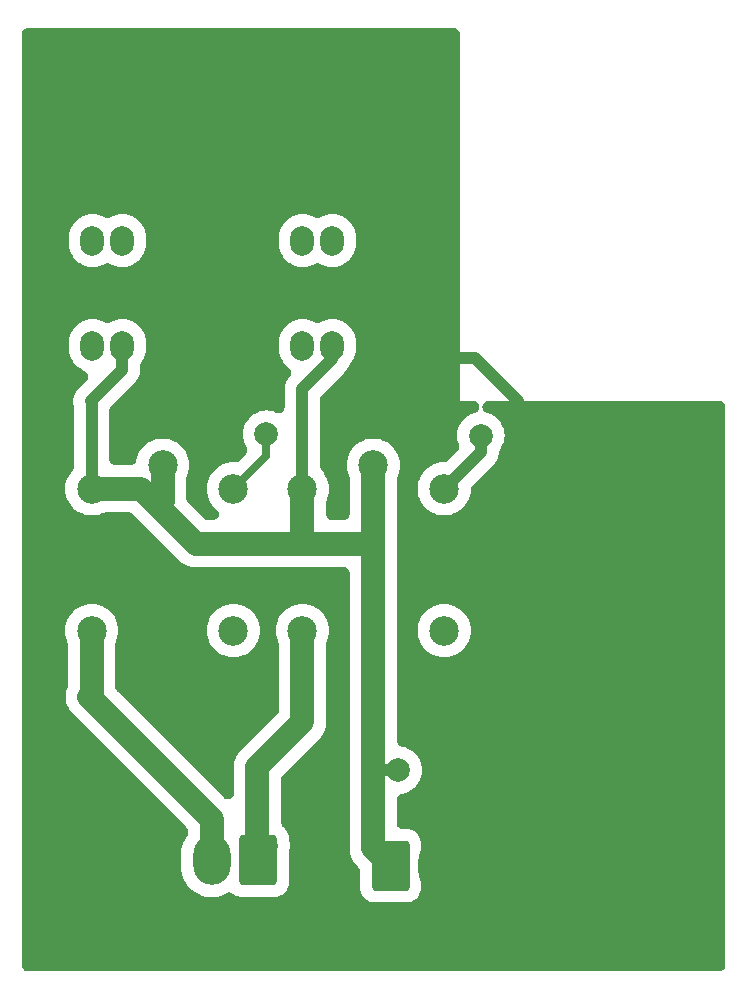
<source format=gbr>
G04 #@! TF.GenerationSoftware,KiCad,Pcbnew,7.0.7*
G04 #@! TF.CreationDate,2024-06-01T12:12:09+01:00*
G04 #@! TF.ProjectId,WindlassControl,57696e64-6c61-4737-9343-6f6e74726f6c,rev?*
G04 #@! TF.SameCoordinates,PX63add28PY7483a30*
G04 #@! TF.FileFunction,Copper,L2,Bot*
G04 #@! TF.FilePolarity,Positive*
%FSLAX46Y46*%
G04 Gerber Fmt 4.6, Leading zero omitted, Abs format (unit mm)*
G04 Created by KiCad (PCBNEW 7.0.7) date 2024-06-01 12:12:09*
%MOMM*%
%LPD*%
G01*
G04 APERTURE LIST*
G04 Aperture macros list*
%AMRoundRect*
0 Rectangle with rounded corners*
0 $1 Rounding radius*
0 $2 $3 $4 $5 $6 $7 $8 $9 X,Y pos of 4 corners*
0 Add a 4 corners polygon primitive as box body*
4,1,4,$2,$3,$4,$5,$6,$7,$8,$9,$2,$3,0*
0 Add four circle primitives for the rounded corners*
1,1,$1+$1,$2,$3*
1,1,$1+$1,$4,$5*
1,1,$1+$1,$6,$7*
1,1,$1+$1,$8,$9*
0 Add four rect primitives between the rounded corners*
20,1,$1+$1,$2,$3,$4,$5,0*
20,1,$1+$1,$4,$5,$6,$7,0*
20,1,$1+$1,$6,$7,$8,$9,0*
20,1,$1+$1,$8,$9,$2,$3,0*%
G04 Aperture macros list end*
G04 #@! TA.AperFunction,ComponentPad*
%ADD10C,2.500000*%
G04 #@! TD*
G04 #@! TA.AperFunction,ComponentPad*
%ADD11RoundRect,0.250000X-1.330000X-1.850000X1.330000X-1.850000X1.330000X1.850000X-1.330000X1.850000X0*%
G04 #@! TD*
G04 #@! TA.AperFunction,ComponentPad*
%ADD12O,3.160000X4.200000*%
G04 #@! TD*
G04 #@! TA.AperFunction,ComponentPad*
%ADD13O,2.000000X2.500000*%
G04 #@! TD*
G04 #@! TA.AperFunction,ComponentPad*
%ADD14RoundRect,0.250000X1.330000X1.850000X-1.330000X1.850000X-1.330000X-1.850000X1.330000X-1.850000X0*%
G04 #@! TD*
G04 #@! TA.AperFunction,ViaPad*
%ADD15C,2.000000*%
G04 #@! TD*
G04 #@! TA.AperFunction,Conductor*
%ADD16C,1.000000*%
G04 #@! TD*
G04 #@! TA.AperFunction,Conductor*
%ADD17C,2.000000*%
G04 #@! TD*
G04 #@! TA.AperFunction,Conductor*
%ADD18C,0.700000*%
G04 #@! TD*
G04 APERTURE END LIST*
D10*
G04 #@! TO.P,U4,1,nc*
G04 #@! TO.N,unconnected-(U4-nc-Pad1)*
X35749000Y28829000D03*
G04 #@! TO.P,U4,2,no*
G04 #@! TO.N,OP1*
X23749000Y28829000D03*
G04 #@! TO.P,U4,3,coil+*
G04 #@! TO.N,Net-(D2-A)*
X35749000Y40829000D03*
G04 #@! TO.P,U4,4,sw*
G04 #@! TO.N,+12V*
X29749000Y42829000D03*
G04 #@! TO.P,U4,5,c+*
X23749000Y40829000D03*
G04 #@! TD*
D11*
G04 #@! TO.P,CON2,1,Pin_1*
G04 #@! TO.N,+12V*
X31219000Y8919000D03*
D12*
G04 #@! TO.P,CON2,2,Pin_2*
G04 #@! TO.N,GND*
X35179000Y8919000D03*
G04 #@! TD*
D13*
G04 #@! TO.P,U1,1*
G04 #@! TO.N,Net-(R1-Pad2)*
X26289000Y61849000D03*
G04 #@! TO.P,U1,2*
G04 #@! TO.N,Net-(D1-A)*
X23749000Y61849000D03*
G04 #@! TO.P,U1,3*
G04 #@! TO.N,Net-(R2-Pad1)*
X23749000Y52959000D03*
G04 #@! TO.P,U1,4*
G04 #@! TO.N,+12V*
X26289000Y52959000D03*
G04 #@! TD*
D14*
G04 #@! TO.P,CON1,1,Pin_1*
G04 #@! TO.N,OP1*
X20014000Y9369000D03*
D12*
G04 #@! TO.P,CON1,2,Pin_2*
G04 #@! TO.N,OP2*
X16054000Y9369000D03*
G04 #@! TD*
D13*
G04 #@! TO.P,U3,1*
G04 #@! TO.N,Net-(R3-Pad2)*
X8509000Y61849000D03*
G04 #@! TO.P,U3,2*
G04 #@! TO.N,Net-(D3-A)*
X5969000Y61849000D03*
G04 #@! TO.P,U3,3*
G04 #@! TO.N,Net-(R4-Pad1)*
X5969000Y52959000D03*
G04 #@! TO.P,U3,4*
G04 #@! TO.N,+12V*
X8509000Y52959000D03*
G04 #@! TD*
D10*
G04 #@! TO.P,U7,1,nc*
G04 #@! TO.N,unconnected-(U7-nc-Pad1)*
X17907000Y28829000D03*
G04 #@! TO.P,U7,2,no*
G04 #@! TO.N,OP2*
X5907000Y28829000D03*
G04 #@! TO.P,U7,3,coil+*
G04 #@! TO.N,Net-(D4-A)*
X17907000Y40829000D03*
G04 #@! TO.P,U7,4,sw*
G04 #@! TO.N,+12V*
X11907000Y42829000D03*
G04 #@! TO.P,U7,5,c+*
X5907000Y40829000D03*
G04 #@! TD*
D15*
G04 #@! TO.N,GND*
X56515000Y41503600D03*
G04 #@! TO.N,+12V*
X31877000Y17018000D03*
G04 #@! TO.N,GND*
X13335000Y51943000D03*
X16764000Y61214000D03*
X2540000Y56769000D03*
X35306000Y19939000D03*
X30353000Y51816000D03*
G04 #@! TO.N,Net-(D2-A)*
X38862000Y45339000D03*
G04 #@! TO.N,Net-(D4-A)*
X20701000Y45466000D03*
G04 #@! TD*
D16*
G04 #@! TO.N,GND*
X41529000Y47752000D02*
X41529000Y35052000D01*
X41529000Y35052000D02*
X41529000Y26162000D01*
X56515000Y41503600D02*
X47980600Y41503600D01*
X47980600Y41503600D02*
X41529000Y35052000D01*
X30353000Y51816000D02*
X30480000Y51943000D01*
X30480000Y51943000D02*
X38354000Y51943000D01*
X38354000Y51943000D02*
X42037000Y48260000D01*
X42037000Y48260000D02*
X41529000Y47752000D01*
X41529000Y26162000D02*
X35306000Y19939000D01*
G04 #@! TO.N,+12V*
X26289000Y52959000D02*
X26289000Y51816000D01*
X26289000Y51816000D02*
X23749000Y49276000D01*
D17*
X23749000Y36322000D02*
X23749000Y40829000D01*
X23622000Y36195000D02*
X14732000Y36195000D01*
D16*
X31877000Y17018000D02*
X30003000Y17018000D01*
X23749000Y49276000D02*
X23749000Y40829000D01*
X8509000Y50927000D02*
X5842000Y48260000D01*
D17*
X11557000Y39370000D02*
X11907000Y39720000D01*
X11907000Y39720000D02*
X11907000Y42829000D01*
X29749000Y36195000D02*
X23622000Y36195000D01*
D16*
X5842000Y48260000D02*
X5907000Y48195000D01*
D17*
X29749000Y10389000D02*
X29749000Y16764000D01*
X23622000Y36195000D02*
X23749000Y36322000D01*
D16*
X30003000Y17018000D02*
X29749000Y16764000D01*
D17*
X11557000Y39370000D02*
X10098000Y40829000D01*
D16*
X5907000Y48195000D02*
X5907000Y40829000D01*
D17*
X31219000Y8919000D02*
X29749000Y10389000D01*
X10098000Y40829000D02*
X5907000Y40829000D01*
D16*
X8509000Y52959000D02*
X8509000Y50927000D01*
D17*
X29749000Y16764000D02*
X29749000Y36195000D01*
X29749000Y36195000D02*
X29749000Y42829000D01*
X14732000Y36195000D02*
X11557000Y39370000D01*
D16*
G04 #@! TO.N,GND*
X35306000Y19939000D02*
X35306000Y16891000D01*
X30353000Y51973427D02*
X29337000Y52989427D01*
X13335000Y54356000D02*
X13335000Y51943000D01*
X15621000Y56642000D02*
X13335000Y54356000D01*
X27432000Y56642000D02*
X15621000Y56642000D01*
X35306000Y16891000D02*
X35179000Y16764000D01*
X13335000Y57785000D02*
X13335000Y56515000D01*
X30353000Y51816000D02*
X30353000Y51973427D01*
X13081000Y56769000D02*
X13335000Y56515000D01*
X29337000Y52989427D02*
X29337000Y54737000D01*
X2540000Y56769000D02*
X13081000Y56769000D01*
X16764000Y61214000D02*
X13335000Y57785000D01*
X13335000Y56515000D02*
X13335000Y51943000D01*
X35179000Y16764000D02*
X35179000Y8919000D01*
X29337000Y54737000D02*
X27432000Y56642000D01*
D17*
G04 #@! TO.N,OP1*
X23749000Y21082000D02*
X23749000Y28829000D01*
X19939000Y17272000D02*
X23749000Y21082000D01*
D16*
X20014000Y9369000D02*
X19939000Y9444000D01*
D17*
X19939000Y9444000D02*
X19939000Y17272000D01*
D16*
X21209000Y10564000D02*
X20014000Y9369000D01*
D17*
G04 #@! TO.N,OP2*
X5907000Y23433000D02*
X5715000Y23241000D01*
X5715000Y23241000D02*
X16054000Y12902000D01*
X5907000Y28829000D02*
X5907000Y23433000D01*
X16054000Y12902000D02*
X16054000Y9369000D01*
D16*
G04 #@! TO.N,Net-(D2-A)*
X38862000Y45339000D02*
X38862000Y43942000D01*
X38862000Y43942000D02*
X35749000Y40829000D01*
D18*
G04 #@! TO.N,Net-(D4-A)*
X20701000Y45466000D02*
X20701000Y43623000D01*
X20701000Y43623000D02*
X17907000Y40829000D01*
G04 #@! TD*
G04 #@! TA.AperFunction,Conductor*
G04 #@! TO.N,GND*
G36*
X36725585Y79862287D02*
G01*
X36854780Y79803286D01*
X36962119Y79710276D01*
X37038906Y79590792D01*
X37078921Y79454515D01*
X37084000Y79383500D01*
X37084000Y48260000D01*
X38237012Y48260000D01*
X38377597Y48239787D01*
X38506792Y48180786D01*
X38614131Y48087776D01*
X38690918Y47968292D01*
X38730933Y47832015D01*
X38730933Y47689985D01*
X38690918Y47553708D01*
X38614131Y47434224D01*
X38506792Y47341214D01*
X38377597Y47282213D01*
X38343083Y47273404D01*
X38296955Y47263370D01*
X38028838Y47163367D01*
X37777687Y47026228D01*
X37777682Y47026224D01*
X37548607Y46854742D01*
X37346258Y46652393D01*
X37174776Y46423318D01*
X37174772Y46423313D01*
X37037633Y46172162D01*
X36937629Y45904044D01*
X36876805Y45624437D01*
X36876804Y45624431D01*
X36876804Y45624428D01*
X36856390Y45339000D01*
X36875984Y45065033D01*
X36876805Y45053564D01*
X36937629Y44773958D01*
X36997873Y44612440D01*
X37028064Y44473656D01*
X37017931Y44331988D01*
X36968297Y44198913D01*
X36883182Y44085211D01*
X36883181Y44085211D01*
X36024452Y43226482D01*
X35910751Y43141366D01*
X35777676Y43091732D01*
X35704245Y43081397D01*
X35454628Y43065035D01*
X35454612Y43065033D01*
X35165282Y43007482D01*
X35165274Y43007480D01*
X34885925Y42912654D01*
X34885922Y42912652D01*
X34621334Y42782171D01*
X34376042Y42618273D01*
X34154241Y42423759D01*
X33959727Y42201958D01*
X33795829Y41956666D01*
X33665348Y41692078D01*
X33665346Y41692075D01*
X33570520Y41412726D01*
X33570518Y41412718D01*
X33512967Y41123388D01*
X33512966Y41123386D01*
X33493671Y40829001D01*
X33512966Y40534615D01*
X33512967Y40534613D01*
X33570518Y40245283D01*
X33570520Y40245275D01*
X33665348Y39965921D01*
X33795824Y39701341D01*
X33795827Y39701335D01*
X33959724Y39456047D01*
X33959727Y39456043D01*
X34154241Y39234242D01*
X34376042Y39039728D01*
X34376046Y39039725D01*
X34621334Y38875828D01*
X34621340Y38875825D01*
X34885920Y38745349D01*
X34885923Y38745348D01*
X35165278Y38650519D01*
X35454613Y38592968D01*
X35454614Y38592967D01*
X35454615Y38592967D01*
X35454620Y38592966D01*
X35749000Y38573671D01*
X36043380Y38592966D01*
X36332722Y38650519D01*
X36612077Y38745348D01*
X36876665Y38875828D01*
X37121957Y39039727D01*
X37343758Y39234242D01*
X37538273Y39456043D01*
X37702172Y39701335D01*
X37832652Y39965923D01*
X37927481Y40245278D01*
X37985034Y40534620D01*
X38001395Y40784251D01*
X38030760Y40923207D01*
X38098085Y41048267D01*
X38146474Y41104448D01*
X39846188Y42804162D01*
X39869371Y42824633D01*
X39881744Y42834262D01*
X39944949Y42902922D01*
X39966902Y42924874D01*
X39986966Y42948565D01*
X40050164Y43017215D01*
X40058735Y43030336D01*
X40077233Y43055143D01*
X40087366Y43067106D01*
X40135136Y43147276D01*
X40186173Y43225393D01*
X40192471Y43239754D01*
X40206625Y43267250D01*
X40214656Y43280727D01*
X40248580Y43367668D01*
X40286063Y43453119D01*
X40289911Y43468319D01*
X40299347Y43497775D01*
X40305050Y43512386D01*
X40324202Y43603726D01*
X40347108Y43694179D01*
X40348402Y43709810D01*
X40352860Y43740405D01*
X40356081Y43755763D01*
X40359937Y43849010D01*
X40362329Y43877880D01*
X40394085Y44016311D01*
X40460151Y44135695D01*
X40549226Y44254685D01*
X40686367Y44505839D01*
X40786369Y44773954D01*
X40788157Y44782171D01*
X40837169Y45007480D01*
X40847196Y45053572D01*
X40867610Y45339000D01*
X40847196Y45624428D01*
X40819567Y45751437D01*
X40786370Y45904044D01*
X40739000Y46031046D01*
X40686367Y46172161D01*
X40549226Y46423315D01*
X40446333Y46560763D01*
X40377741Y46652393D01*
X40175392Y46854742D01*
X40037946Y46957632D01*
X39946315Y47026226D01*
X39946313Y47026227D01*
X39946312Y47026228D01*
X39695161Y47163367D01*
X39427044Y47263370D01*
X39380917Y47273404D01*
X39247842Y47323038D01*
X39134141Y47408154D01*
X39049026Y47521855D01*
X38999392Y47654930D01*
X38989259Y47796599D01*
X39019450Y47935383D01*
X39087518Y48060040D01*
X39187949Y48160470D01*
X39312606Y48228538D01*
X39451390Y48258729D01*
X39486988Y48260000D01*
X59063500Y48260000D01*
X59204085Y48239787D01*
X59333280Y48180786D01*
X59440619Y48087776D01*
X59517406Y47968292D01*
X59557421Y47832015D01*
X59562500Y47761000D01*
X59562500Y512570D01*
X59560362Y479962D01*
X59554807Y437775D01*
X59516413Y301033D01*
X59441050Y180646D01*
X59334822Y86369D01*
X59206337Y25838D01*
X59125229Y8194D01*
X59098151Y4628D01*
X59083031Y2638D01*
X59050433Y500D01*
X512567Y500D01*
X479966Y2638D01*
X459671Y5310D01*
X437772Y8193D01*
X301030Y46588D01*
X180644Y121952D01*
X86366Y228180D01*
X25836Y356666D01*
X8190Y437789D01*
X2635Y479979D01*
X500Y512575D01*
X500Y28829000D01*
X3651671Y28829000D01*
X3670966Y28534615D01*
X3670967Y28534613D01*
X3728518Y28245283D01*
X3728520Y28245275D01*
X3823347Y27965924D01*
X3855040Y27901658D01*
X3899090Y27766631D01*
X3906500Y27680956D01*
X3906500Y24205155D01*
X3886287Y24064570D01*
X3861408Y23997867D01*
X3835846Y23941895D01*
X3835844Y23941888D01*
X3755226Y23667328D01*
X3755225Y23667323D01*
X3755225Y23667322D01*
X3714500Y23384079D01*
X3714500Y23097921D01*
X3755225Y22814678D01*
X3755226Y22814673D01*
X3835844Y22540113D01*
X3835844Y22540112D01*
X3954720Y22279809D01*
X4109426Y22039082D01*
X4296817Y21822823D01*
X4296820Y21822820D01*
X4344220Y21781748D01*
X4357239Y21769627D01*
X9291417Y16835449D01*
X13907346Y12219520D01*
X13992462Y12105819D01*
X14042096Y11972744D01*
X14053500Y11866674D01*
X14053500Y11696572D01*
X14033287Y11555987D01*
X13974286Y11426792D01*
X13965241Y11413566D01*
X13788219Y11134625D01*
X13665099Y10872978D01*
X13649968Y10840824D01*
X13649965Y10840817D01*
X13649965Y10840815D01*
X13549628Y10532011D01*
X13549627Y10532006D01*
X13488786Y10213067D01*
X13488784Y10213056D01*
X13473500Y9970102D01*
X13473500Y8767898D01*
X13488784Y8524945D01*
X13488786Y8524934D01*
X13549627Y8205995D01*
X13549629Y8205987D01*
X13649968Y7897176D01*
X13719094Y7750277D01*
X13788217Y7603382D01*
X13788219Y7603379D01*
X13788220Y7603377D01*
X13962204Y7329221D01*
X14169177Y7079034D01*
X14405875Y6856759D01*
X14668565Y6665904D01*
X14668567Y6665903D01*
X14668570Y6665901D01*
X14953096Y6509481D01*
X14953100Y6509480D01*
X14953104Y6509477D01*
X15255005Y6389946D01*
X15569506Y6309196D01*
X15622452Y6302508D01*
X15891636Y6268501D01*
X15891646Y6268501D01*
X15891649Y6268500D01*
X15891652Y6268500D01*
X16216348Y6268500D01*
X16216351Y6268500D01*
X16216354Y6268501D01*
X16216363Y6268501D01*
X16402076Y6291963D01*
X16538494Y6309196D01*
X16852995Y6389946D01*
X17154896Y6509477D01*
X17326106Y6603601D01*
X17459037Y6653614D01*
X17600676Y6664151D01*
X17739546Y6634357D01*
X17864397Y6566646D01*
X17875974Y6557517D01*
X18064375Y6426992D01*
X18132688Y6395964D01*
X18269317Y6333904D01*
X18487588Y6278904D01*
X18619783Y6268500D01*
X21408216Y6268501D01*
X21408219Y6268501D01*
X21452281Y6271969D01*
X21540412Y6278904D01*
X21758683Y6333904D01*
X21963626Y6426993D01*
X22148654Y6555181D01*
X22307819Y6714346D01*
X22436007Y6899374D01*
X22529096Y7104317D01*
X22584096Y7322588D01*
X22594500Y7454783D01*
X22594499Y9892993D01*
X22614712Y10033576D01*
X22628636Y10074384D01*
X22640025Y10103572D01*
X22652049Y10134386D01*
X22703080Y10377763D01*
X22713357Y10626221D01*
X22682598Y10872981D01*
X22615242Y11099225D01*
X22594503Y11239732D01*
X22594499Y11241605D01*
X22594499Y11283219D01*
X22584096Y11415407D01*
X22584096Y11415412D01*
X22529096Y11633683D01*
X22482551Y11736155D01*
X22436008Y11838625D01*
X22307820Y12023653D01*
X22307812Y12023662D01*
X22148661Y12182813D01*
X22131452Y12197180D01*
X22132844Y12198849D01*
X22050275Y12275568D01*
X21977677Y12397643D01*
X21942413Y12535226D01*
X21939500Y12589068D01*
X21939500Y16236674D01*
X21959713Y16377259D01*
X22018714Y16506454D01*
X22085654Y16589520D01*
X23598448Y18102313D01*
X25214089Y19717954D01*
X25214089Y19717955D01*
X25226611Y19730476D01*
X25226623Y19730490D01*
X25264731Y19768597D01*
X25264731Y19768598D01*
X25264739Y19768605D01*
X25302319Y19818808D01*
X25313497Y19832679D01*
X25354574Y19880083D01*
X25388484Y19932851D01*
X25398647Y19947486D01*
X25436226Y19997685D01*
X25466276Y20052720D01*
X25475367Y20068042D01*
X25476484Y20069781D01*
X25509282Y20120814D01*
X25535342Y20177881D01*
X25543299Y20193776D01*
X25573367Y20248839D01*
X25595293Y20307626D01*
X25602092Y20324041D01*
X25628156Y20381112D01*
X25645826Y20441293D01*
X25651442Y20458168D01*
X25673369Y20516954D01*
X25686703Y20578258D01*
X25691104Y20595496D01*
X25708776Y20655678D01*
X25717703Y20717775D01*
X25720857Y20735259D01*
X25734196Y20796572D01*
X25738669Y20859140D01*
X25740574Y20876847D01*
X25749499Y20938912D01*
X25749500Y20938924D01*
X25749500Y27680956D01*
X25769713Y27821541D01*
X25800960Y27901658D01*
X25832652Y27965924D01*
X25927481Y28245278D01*
X25985034Y28534620D01*
X26004329Y28829000D01*
X25985034Y29123380D01*
X25927481Y29412722D01*
X25832652Y29692077D01*
X25702172Y29956664D01*
X25538273Y30201957D01*
X25343758Y30423758D01*
X25343755Y30423760D01*
X25343754Y30423762D01*
X25121957Y30618273D01*
X25121953Y30618276D01*
X24876665Y30782173D01*
X24876659Y30782176D01*
X24612079Y30912652D01*
X24332725Y31007480D01*
X24332724Y31007481D01*
X24332722Y31007481D01*
X24332717Y31007482D01*
X24043387Y31065033D01*
X24043385Y31065034D01*
X23749000Y31084329D01*
X23454614Y31065034D01*
X23454612Y31065033D01*
X23165282Y31007482D01*
X23165274Y31007480D01*
X22885925Y30912654D01*
X22885922Y30912652D01*
X22621334Y30782171D01*
X22376042Y30618273D01*
X22154241Y30423759D01*
X21959727Y30201958D01*
X21795829Y29956666D01*
X21665348Y29692078D01*
X21665346Y29692075D01*
X21570520Y29412726D01*
X21570518Y29412718D01*
X21512967Y29123388D01*
X21512966Y29123386D01*
X21493671Y28829000D01*
X21512966Y28534615D01*
X21512967Y28534613D01*
X21570518Y28245283D01*
X21570520Y28245275D01*
X21665347Y27965924D01*
X21697040Y27901658D01*
X21741090Y27766631D01*
X21748500Y27680956D01*
X21748500Y22117328D01*
X21728287Y21976743D01*
X21669286Y21847548D01*
X21602346Y21764482D01*
X18423265Y18585402D01*
X18385670Y18535182D01*
X18374498Y18521319D01*
X18333430Y18473924D01*
X18333425Y18473916D01*
X18299511Y18421146D01*
X18289354Y18406517D01*
X18251775Y18356318D01*
X18251772Y18356313D01*
X18221713Y18301266D01*
X18212628Y18285955D01*
X18178717Y18233187D01*
X18152660Y18176131D01*
X18144690Y18160209D01*
X18114634Y18105166D01*
X18114630Y18105157D01*
X18092712Y18046393D01*
X18085897Y18029940D01*
X18059849Y17972903D01*
X18059840Y17972877D01*
X18042172Y17912710D01*
X18036550Y17895817D01*
X18014635Y17837058D01*
X18014627Y17837034D01*
X18001296Y17775751D01*
X17996892Y17758496D01*
X17979225Y17698323D01*
X17970300Y17636257D01*
X17967138Y17618731D01*
X17953803Y17557428D01*
X17949329Y17494865D01*
X17947424Y17477152D01*
X17938500Y17415082D01*
X17938500Y15051326D01*
X17918287Y14910741D01*
X17859286Y14781546D01*
X17766276Y14674207D01*
X17646792Y14597420D01*
X17510515Y14557405D01*
X17368485Y14557405D01*
X17232208Y14597420D01*
X17112724Y14674207D01*
X17086654Y14698480D01*
X8053654Y23731480D01*
X7968538Y23845181D01*
X7918904Y23978256D01*
X7907500Y24084326D01*
X7907500Y27680956D01*
X7927713Y27821541D01*
X7958960Y27901658D01*
X7990652Y27965924D01*
X8085481Y28245278D01*
X8143034Y28534620D01*
X8162329Y28829000D01*
X8162329Y28829001D01*
X15651671Y28829001D01*
X15670966Y28534615D01*
X15670967Y28534613D01*
X15728518Y28245283D01*
X15728520Y28245275D01*
X15823348Y27965921D01*
X15953824Y27701341D01*
X15953827Y27701335D01*
X16117724Y27456047D01*
X16117727Y27456043D01*
X16312241Y27234242D01*
X16534042Y27039728D01*
X16534046Y27039725D01*
X16779334Y26875828D01*
X16779340Y26875825D01*
X17043920Y26745349D01*
X17043923Y26745348D01*
X17323278Y26650519D01*
X17612613Y26592968D01*
X17612614Y26592967D01*
X17612615Y26592967D01*
X17612620Y26592966D01*
X17907000Y26573671D01*
X18201380Y26592966D01*
X18490722Y26650519D01*
X18770077Y26745348D01*
X19034665Y26875828D01*
X19279957Y27039727D01*
X19501758Y27234242D01*
X19696273Y27456043D01*
X19860172Y27701335D01*
X19990652Y27965923D01*
X20085481Y28245278D01*
X20143034Y28534620D01*
X20162329Y28829000D01*
X20143034Y29123380D01*
X20085481Y29412722D01*
X19990652Y29692077D01*
X19860172Y29956664D01*
X19696273Y30201957D01*
X19501758Y30423758D01*
X19501755Y30423760D01*
X19501754Y30423762D01*
X19279957Y30618273D01*
X19279953Y30618276D01*
X19034665Y30782173D01*
X19034659Y30782176D01*
X18770079Y30912652D01*
X18490725Y31007480D01*
X18490724Y31007481D01*
X18490722Y31007481D01*
X18490717Y31007482D01*
X18201387Y31065033D01*
X18201385Y31065034D01*
X17907000Y31084329D01*
X17612614Y31065034D01*
X17612612Y31065033D01*
X17323282Y31007482D01*
X17323274Y31007480D01*
X17043925Y30912654D01*
X17043922Y30912652D01*
X16779334Y30782171D01*
X16534042Y30618273D01*
X16312241Y30423759D01*
X16117727Y30201958D01*
X15953829Y29956666D01*
X15823348Y29692078D01*
X15823346Y29692075D01*
X15728520Y29412726D01*
X15728518Y29412718D01*
X15670967Y29123388D01*
X15670966Y29123386D01*
X15651671Y28829001D01*
X8162329Y28829001D01*
X8143034Y29123380D01*
X8085481Y29412722D01*
X7990652Y29692077D01*
X7860172Y29956664D01*
X7696273Y30201957D01*
X7501758Y30423758D01*
X7501755Y30423760D01*
X7501754Y30423762D01*
X7279957Y30618273D01*
X7279953Y30618276D01*
X7034665Y30782173D01*
X7034659Y30782176D01*
X6770079Y30912652D01*
X6490725Y31007480D01*
X6490724Y31007481D01*
X6490722Y31007481D01*
X6490717Y31007482D01*
X6201387Y31065033D01*
X6201385Y31065034D01*
X5907000Y31084329D01*
X5612614Y31065034D01*
X5612612Y31065033D01*
X5323282Y31007482D01*
X5323274Y31007480D01*
X5043925Y30912654D01*
X5043922Y30912652D01*
X4779334Y30782171D01*
X4534042Y30618273D01*
X4312241Y30423759D01*
X4117727Y30201958D01*
X3953829Y29956666D01*
X3823348Y29692078D01*
X3823346Y29692075D01*
X3728520Y29412726D01*
X3728518Y29412718D01*
X3670967Y29123388D01*
X3670966Y29123386D01*
X3651671Y28829000D01*
X500Y28829000D01*
X500Y40829000D01*
X3651671Y40829000D01*
X3670966Y40534615D01*
X3670967Y40534613D01*
X3728518Y40245283D01*
X3728520Y40245275D01*
X3823348Y39965921D01*
X3953824Y39701341D01*
X3953827Y39701335D01*
X4117724Y39456047D01*
X4117727Y39456043D01*
X4312241Y39234242D01*
X4534042Y39039728D01*
X4534046Y39039725D01*
X4779334Y38875828D01*
X4779340Y38875825D01*
X5043920Y38745349D01*
X5043923Y38745348D01*
X5323278Y38650519D01*
X5612613Y38592968D01*
X5612614Y38592967D01*
X5612615Y38592967D01*
X5612620Y38592966D01*
X5907000Y38573671D01*
X6201380Y38592966D01*
X6490722Y38650519D01*
X6770077Y38745348D01*
X6834342Y38777041D01*
X6969369Y38821090D01*
X7055044Y38828500D01*
X9062674Y38828500D01*
X9203259Y38808287D01*
X9332454Y38749286D01*
X9415520Y38682346D01*
X10085617Y38012249D01*
X10097743Y37999224D01*
X10124991Y37967779D01*
X10138820Y37951820D01*
X10186214Y37910753D01*
X10199252Y37898613D01*
X13216261Y34881605D01*
X13418605Y34679261D01*
X13468817Y34641673D01*
X13482662Y34630516D01*
X13530082Y34589426D01*
X13582857Y34555510D01*
X13597481Y34545356D01*
X13647685Y34507774D01*
X13702729Y34477718D01*
X13718017Y34468648D01*
X13770813Y34434718D01*
X13827882Y34408656D01*
X13843792Y34400691D01*
X13898839Y34370633D01*
X13957613Y34348712D01*
X13974056Y34341901D01*
X14031111Y34315844D01*
X14031115Y34315843D01*
X14031117Y34315842D01*
X14040514Y34313083D01*
X14091306Y34298170D01*
X14108167Y34292558D01*
X14166954Y34270631D01*
X14228264Y34257295D01*
X14245506Y34252894D01*
X14305678Y34235225D01*
X14367766Y34226299D01*
X14385263Y34223142D01*
X14446572Y34209804D01*
X14497843Y34206138D01*
X14509127Y34205330D01*
X14526841Y34203426D01*
X14588921Y34194500D01*
X14660552Y34194500D01*
X23478921Y34194500D01*
X23550552Y34194500D01*
X27249500Y34194500D01*
X27390085Y34174287D01*
X27519280Y34115286D01*
X27626619Y34022276D01*
X27703406Y33902792D01*
X27743421Y33766515D01*
X27748500Y33695500D01*
X27748500Y10245921D01*
X27757424Y10183844D01*
X27759328Y10166139D01*
X27763804Y10103567D01*
X27777139Y10042264D01*
X27780301Y10024737D01*
X27789224Y9962679D01*
X27806892Y9902508D01*
X27811298Y9885247D01*
X27824631Y9823952D01*
X27824634Y9823943D01*
X27846552Y9765178D01*
X27852176Y9748281D01*
X27869844Y9688112D01*
X27895908Y9631038D01*
X27902706Y9614626D01*
X27924633Y9555839D01*
X27954696Y9500782D01*
X27962655Y9484883D01*
X27988718Y9427813D01*
X28022640Y9375029D01*
X28031720Y9359725D01*
X28061771Y9304691D01*
X28061776Y9304682D01*
X28099358Y9254479D01*
X28109512Y9239854D01*
X28143426Y9187083D01*
X28184506Y9139674D01*
X28195663Y9125830D01*
X28233261Y9075605D01*
X28283912Y9024954D01*
X28492345Y8816521D01*
X28492346Y8816520D01*
X28577462Y8702819D01*
X28627096Y8569744D01*
X28638500Y8463674D01*
X28638501Y7004781D01*
X28648903Y6872594D01*
X28648904Y6872589D01*
X28703904Y6654317D01*
X28796991Y6449376D01*
X28925179Y6264348D01*
X28925187Y6264339D01*
X29084338Y6105188D01*
X29084347Y6105180D01*
X29269375Y5976992D01*
X29337688Y5945964D01*
X29474317Y5883904D01*
X29692588Y5828904D01*
X29824783Y5818500D01*
X32613216Y5818501D01*
X32613219Y5818501D01*
X32657281Y5821969D01*
X32745412Y5828904D01*
X32963683Y5883904D01*
X33168626Y5976993D01*
X33353654Y6105181D01*
X33512819Y6264346D01*
X33641007Y6449374D01*
X33734096Y6654317D01*
X33789096Y6872588D01*
X33799500Y7004783D01*
X33799499Y10833216D01*
X33789096Y10965412D01*
X33734096Y11183683D01*
X33687551Y11286155D01*
X33641008Y11388625D01*
X33512820Y11573653D01*
X33512812Y11573662D01*
X33353661Y11732813D01*
X33353652Y11732821D01*
X33168624Y11861009D01*
X33031997Y11923067D01*
X32963683Y11954096D01*
X32745412Y12009096D01*
X32649176Y12016670D01*
X32613221Y12019500D01*
X32613217Y12019500D01*
X32248500Y12019500D01*
X32107915Y12039713D01*
X31978720Y12098714D01*
X31871381Y12191724D01*
X31794594Y12311208D01*
X31754579Y12447485D01*
X31749500Y12518500D01*
X31749500Y14541048D01*
X31769713Y14681633D01*
X31828714Y14810828D01*
X31921724Y14918167D01*
X32041208Y14994954D01*
X32145745Y15025650D01*
X32145013Y15029015D01*
X32442043Y15093630D01*
X32442046Y15093631D01*
X32710161Y15193633D01*
X32961315Y15330774D01*
X33190395Y15502261D01*
X33392739Y15704605D01*
X33564226Y15933685D01*
X33701367Y16184839D01*
X33801369Y16452954D01*
X33862196Y16732572D01*
X33882610Y17018000D01*
X33862196Y17303428D01*
X33806942Y17557428D01*
X33801370Y17583044D01*
X33735929Y17758496D01*
X33701367Y17851161D01*
X33564226Y18102315D01*
X33421142Y18293453D01*
X33392741Y18331393D01*
X33190392Y18533742D01*
X33052947Y18636632D01*
X32961315Y18705226D01*
X32961313Y18705227D01*
X32961312Y18705228D01*
X32710161Y18842367D01*
X32442043Y18942371D01*
X32145013Y19006985D01*
X32145743Y19010344D01*
X32041101Y19041095D01*
X31921636Y19117911D01*
X31828651Y19225272D01*
X31769680Y19354481D01*
X31749500Y19494953D01*
X31749500Y28829001D01*
X33493671Y28829001D01*
X33512966Y28534615D01*
X33512967Y28534613D01*
X33570518Y28245283D01*
X33570520Y28245275D01*
X33665348Y27965921D01*
X33795824Y27701341D01*
X33795827Y27701335D01*
X33959724Y27456047D01*
X33959727Y27456043D01*
X34154241Y27234242D01*
X34376042Y27039728D01*
X34376046Y27039725D01*
X34621334Y26875828D01*
X34621340Y26875825D01*
X34885920Y26745349D01*
X34885923Y26745348D01*
X35165278Y26650519D01*
X35454613Y26592968D01*
X35454614Y26592967D01*
X35454615Y26592967D01*
X35454620Y26592966D01*
X35749000Y26573671D01*
X36043380Y26592966D01*
X36332722Y26650519D01*
X36612077Y26745348D01*
X36876665Y26875828D01*
X37121957Y27039727D01*
X37343758Y27234242D01*
X37538273Y27456043D01*
X37702172Y27701335D01*
X37832652Y27965923D01*
X37927481Y28245278D01*
X37985034Y28534620D01*
X38004329Y28829000D01*
X37985034Y29123380D01*
X37927481Y29412722D01*
X37832652Y29692077D01*
X37702172Y29956664D01*
X37538273Y30201957D01*
X37343758Y30423758D01*
X37343755Y30423760D01*
X37343754Y30423762D01*
X37121957Y30618273D01*
X37121953Y30618276D01*
X36876665Y30782173D01*
X36876659Y30782176D01*
X36612079Y30912652D01*
X36332725Y31007480D01*
X36332724Y31007481D01*
X36332722Y31007481D01*
X36332717Y31007482D01*
X36043387Y31065033D01*
X36043385Y31065034D01*
X35749000Y31084329D01*
X35454614Y31065034D01*
X35454612Y31065033D01*
X35165282Y31007482D01*
X35165274Y31007480D01*
X34885925Y30912654D01*
X34885922Y30912652D01*
X34621334Y30782171D01*
X34376042Y30618273D01*
X34154241Y30423759D01*
X33959727Y30201958D01*
X33795829Y29956666D01*
X33665348Y29692078D01*
X33665346Y29692075D01*
X33570520Y29412726D01*
X33570518Y29412718D01*
X33512967Y29123388D01*
X33512966Y29123386D01*
X33493671Y28829001D01*
X31749500Y28829001D01*
X31749500Y36114635D01*
X31750136Y36132438D01*
X31751618Y36153170D01*
X31754610Y36195000D01*
X31751780Y36234559D01*
X31750136Y36257563D01*
X31749500Y36275367D01*
X31749500Y41680956D01*
X31769713Y41821541D01*
X31800960Y41901658D01*
X31832652Y41965924D01*
X31912775Y42201957D01*
X31927481Y42245278D01*
X31985034Y42534620D01*
X32004329Y42829000D01*
X31985034Y43123380D01*
X31927481Y43412722D01*
X31832652Y43692077D01*
X31702172Y43956664D01*
X31538273Y44201957D01*
X31343758Y44423758D01*
X31343755Y44423760D01*
X31343754Y44423762D01*
X31121957Y44618273D01*
X31121953Y44618276D01*
X30876665Y44782173D01*
X30876659Y44782176D01*
X30612079Y44912652D01*
X30332725Y45007480D01*
X30332724Y45007481D01*
X30332722Y45007481D01*
X30332717Y45007482D01*
X30043387Y45065033D01*
X30043385Y45065034D01*
X29798063Y45081114D01*
X29749000Y45084329D01*
X29748999Y45084329D01*
X29454614Y45065034D01*
X29454612Y45065033D01*
X29165282Y45007482D01*
X29165274Y45007480D01*
X28885925Y44912654D01*
X28885922Y44912652D01*
X28621334Y44782171D01*
X28376042Y44618273D01*
X28154241Y44423759D01*
X27959727Y44201958D01*
X27795829Y43956666D01*
X27665348Y43692078D01*
X27665346Y43692075D01*
X27570520Y43412726D01*
X27570518Y43412718D01*
X27512967Y43123388D01*
X27512966Y43123386D01*
X27493671Y42829001D01*
X27512966Y42534615D01*
X27512967Y42534613D01*
X27570518Y42245283D01*
X27570520Y42245275D01*
X27665347Y41965924D01*
X27697040Y41901658D01*
X27741090Y41766631D01*
X27748500Y41680956D01*
X27748500Y38694500D01*
X27728287Y38553915D01*
X27669286Y38424720D01*
X27576276Y38317381D01*
X27456792Y38240594D01*
X27320515Y38200579D01*
X27249500Y38195500D01*
X26248500Y38195500D01*
X26107915Y38215713D01*
X25978720Y38274714D01*
X25871381Y38367724D01*
X25794594Y38487208D01*
X25754579Y38623485D01*
X25749500Y38694499D01*
X25749499Y39680954D01*
X25769712Y39821539D01*
X25800960Y39901659D01*
X25832652Y39965923D01*
X25927481Y40245278D01*
X25985034Y40534620D01*
X26004329Y40829000D01*
X25985034Y41123380D01*
X25927481Y41412722D01*
X25832652Y41692077D01*
X25702172Y41956664D01*
X25538273Y42201957D01*
X25373332Y42390036D01*
X25295836Y42509059D01*
X25255011Y42645095D01*
X25249500Y42719049D01*
X25249500Y48447782D01*
X25269713Y48588367D01*
X25328714Y48717562D01*
X25395650Y48800624D01*
X27273175Y50678150D01*
X27296367Y50698630D01*
X27308744Y50708262D01*
X27371960Y50776934D01*
X27393901Y50798874D01*
X27413955Y50822553D01*
X27477164Y50891215D01*
X27485735Y50904336D01*
X27504233Y50929143D01*
X27514366Y50941106D01*
X27514369Y50941111D01*
X27562134Y51021272D01*
X27589975Y51063886D01*
X27613173Y51099393D01*
X27619470Y51113750D01*
X27633636Y51141269D01*
X27641655Y51154726D01*
X27653400Y51184827D01*
X27723330Y51308443D01*
X27765417Y51356284D01*
X27804739Y51395605D01*
X27976226Y51624685D01*
X28113367Y51875839D01*
X28213369Y52143954D01*
X28274196Y52423572D01*
X28289500Y52637552D01*
X28289500Y53280448D01*
X28274196Y53494428D01*
X28269968Y53513862D01*
X28213370Y53774044D01*
X28184535Y53851352D01*
X28113367Y54042161D01*
X27976226Y54293315D01*
X27873333Y54430764D01*
X27804741Y54522393D01*
X27602392Y54724742D01*
X27400622Y54875784D01*
X27373315Y54896226D01*
X27373313Y54896227D01*
X27373312Y54896228D01*
X27122161Y55033367D01*
X26854043Y55133371D01*
X26574436Y55194195D01*
X26574430Y55194196D01*
X26574428Y55194196D01*
X26289000Y55214610D01*
X26288999Y55214610D01*
X26241282Y55211198D01*
X26003572Y55194196D01*
X26003569Y55194196D01*
X26003563Y55194195D01*
X25723956Y55133371D01*
X25455840Y55033368D01*
X25258146Y54925418D01*
X25125071Y54875784D01*
X24983402Y54865651D01*
X24844618Y54895842D01*
X24779854Y54925418D01*
X24582159Y55033368D01*
X24314043Y55133371D01*
X24034436Y55194195D01*
X24034430Y55194196D01*
X24034428Y55194196D01*
X23749000Y55214610D01*
X23463572Y55194196D01*
X23463569Y55194196D01*
X23463563Y55194195D01*
X23183956Y55133371D01*
X22915838Y55033367D01*
X22664687Y54896228D01*
X22664682Y54896224D01*
X22435607Y54724742D01*
X22233258Y54522393D01*
X22061776Y54293318D01*
X22061772Y54293313D01*
X21924633Y54042162D01*
X21824629Y53774044D01*
X21763805Y53494437D01*
X21748500Y53280447D01*
X21748500Y52637553D01*
X21763805Y52423564D01*
X21824629Y52143957D01*
X21924632Y51875839D01*
X21924633Y51875839D01*
X22061774Y51624685D01*
X22130368Y51533054D01*
X22233258Y51395608D01*
X22435607Y51193259D01*
X22608430Y51063886D01*
X22708861Y50963456D01*
X22776929Y50838799D01*
X22807121Y50700015D01*
X22796989Y50558346D01*
X22747354Y50425271D01*
X22676531Y50326465D01*
X22666057Y50315087D01*
X22644102Y50293131D01*
X22644098Y50293126D01*
X22624032Y50269436D01*
X22624033Y50269436D01*
X22560837Y50200787D01*
X22560827Y50200774D01*
X22552253Y50187652D01*
X22533773Y50162868D01*
X22523643Y50150906D01*
X22523629Y50150887D01*
X22475859Y50070719D01*
X22424825Y49992606D01*
X22424824Y49992605D01*
X22418526Y49978246D01*
X22404373Y49950751D01*
X22396350Y49937287D01*
X22396343Y49937272D01*
X22362419Y49850334D01*
X22324936Y49764881D01*
X22321085Y49749675D01*
X22311649Y49720218D01*
X22305951Y49705617D01*
X22305950Y49705613D01*
X22297497Y49665300D01*
X22286801Y49614289D01*
X22271461Y49553715D01*
X22263891Y49523819D01*
X22263890Y49523812D01*
X22262595Y49508190D01*
X22258136Y49477587D01*
X22254919Y49462243D01*
X22254919Y49462241D01*
X22251062Y49368993D01*
X22248500Y49338072D01*
X22248500Y49307035D01*
X22244643Y49213782D01*
X22244643Y49213766D01*
X22246582Y49198207D01*
X22248499Y49167326D01*
X22248499Y47740600D01*
X22228286Y47600015D01*
X22169285Y47470820D01*
X22076275Y47363481D01*
X21956791Y47286694D01*
X21820514Y47246679D01*
X21678484Y47246679D01*
X21550863Y47284150D01*
X21550859Y47284139D01*
X21550705Y47284197D01*
X21542219Y47286688D01*
X21534168Y47290365D01*
X21266043Y47390371D01*
X20986436Y47451195D01*
X20986430Y47451196D01*
X20986428Y47451196D01*
X20701000Y47471610D01*
X20415572Y47451196D01*
X20415569Y47451196D01*
X20415563Y47451195D01*
X20135956Y47390371D01*
X19867838Y47290367D01*
X19616687Y47153228D01*
X19616682Y47153224D01*
X19387607Y46981742D01*
X19185258Y46779393D01*
X19013776Y46550318D01*
X19013772Y46550313D01*
X18876633Y46299162D01*
X18776629Y46031044D01*
X18715805Y45751437D01*
X18695390Y45466000D01*
X18715805Y45180564D01*
X18776629Y44900957D01*
X18876632Y44632840D01*
X18876633Y44632839D01*
X18990800Y44423758D01*
X19022315Y44366044D01*
X19019415Y44364461D01*
X19065088Y44264436D01*
X19085292Y44123850D01*
X19065070Y43983267D01*
X19006061Y43854075D01*
X18939138Y43771035D01*
X18391057Y43222954D01*
X18277356Y43137838D01*
X18144281Y43088204D01*
X18005576Y43077868D01*
X17907001Y43084329D01*
X17907000Y43084329D01*
X17864945Y43081573D01*
X17612614Y43065034D01*
X17612612Y43065033D01*
X17323282Y43007482D01*
X17323274Y43007480D01*
X17043925Y42912654D01*
X17043922Y42912652D01*
X16779334Y42782171D01*
X16534042Y42618273D01*
X16312241Y42423759D01*
X16117727Y42201958D01*
X15953829Y41956666D01*
X15823348Y41692078D01*
X15823346Y41692075D01*
X15728520Y41412726D01*
X15728518Y41412718D01*
X15670967Y41123388D01*
X15670966Y41123386D01*
X15651671Y40829001D01*
X15670966Y40534615D01*
X15670967Y40534613D01*
X15728518Y40245283D01*
X15728520Y40245275D01*
X15823348Y39965921D01*
X15953824Y39701341D01*
X15953827Y39701335D01*
X16117724Y39456047D01*
X16117727Y39456043D01*
X16312241Y39234242D01*
X16499902Y39069668D01*
X16592272Y38961778D01*
X16650504Y38832234D01*
X16669880Y38691531D01*
X16648831Y38551070D01*
X16589062Y38422228D01*
X16495415Y38315444D01*
X16375477Y38239368D01*
X16238964Y38200165D01*
X16170889Y38195500D01*
X15767326Y38195500D01*
X15626741Y38215713D01*
X15497546Y38274714D01*
X15414480Y38341654D01*
X14053654Y39702480D01*
X13968538Y39816181D01*
X13918904Y39949256D01*
X13907500Y40055326D01*
X13907500Y41680956D01*
X13927713Y41821541D01*
X13958960Y41901658D01*
X13990652Y41965924D01*
X14070775Y42201957D01*
X14085481Y42245278D01*
X14143034Y42534620D01*
X14162329Y42829000D01*
X14143034Y43123380D01*
X14085481Y43412722D01*
X13990652Y43692077D01*
X13860172Y43956664D01*
X13696273Y44201957D01*
X13501758Y44423758D01*
X13501755Y44423760D01*
X13501754Y44423762D01*
X13279957Y44618273D01*
X13279953Y44618276D01*
X13034665Y44782173D01*
X13034659Y44782176D01*
X12770079Y44912652D01*
X12490725Y45007480D01*
X12490724Y45007481D01*
X12490722Y45007481D01*
X12490717Y45007482D01*
X12201387Y45065033D01*
X12201385Y45065034D01*
X11956063Y45081114D01*
X11907000Y45084329D01*
X11906999Y45084329D01*
X11612614Y45065034D01*
X11612612Y45065033D01*
X11323282Y45007482D01*
X11323274Y45007480D01*
X11043925Y44912654D01*
X11043922Y44912652D01*
X10779334Y44782171D01*
X10534042Y44618273D01*
X10312241Y44423759D01*
X10117727Y44201958D01*
X9953829Y43956666D01*
X9823348Y43692078D01*
X9823346Y43692075D01*
X9728520Y43412726D01*
X9728517Y43412716D01*
X9692403Y43231152D01*
X9645152Y43097212D01*
X9562080Y42982009D01*
X9449917Y42894877D01*
X9317749Y42842875D01*
X9202991Y42829500D01*
X7906500Y42829500D01*
X7765915Y42849713D01*
X7636720Y42908714D01*
X7529381Y43001724D01*
X7452594Y43121208D01*
X7412579Y43257485D01*
X7407500Y43328500D01*
X7407500Y47496782D01*
X7427713Y47637367D01*
X7486714Y47766562D01*
X7553650Y47849624D01*
X9493175Y49789150D01*
X9516367Y49809630D01*
X9528744Y49819262D01*
X9591960Y49887934D01*
X9613902Y49909875D01*
X9633957Y49933555D01*
X9697164Y50002215D01*
X9705735Y50015336D01*
X9724233Y50040143D01*
X9734366Y50052106D01*
X9782136Y50132276D01*
X9833173Y50210393D01*
X9839471Y50224754D01*
X9853625Y50252250D01*
X9861656Y50265727D01*
X9895580Y50352668D01*
X9933063Y50438119D01*
X9936911Y50453319D01*
X9946347Y50482775D01*
X9952050Y50497386D01*
X9971202Y50588726D01*
X9994108Y50679179D01*
X9995402Y50694810D01*
X9999860Y50725405D01*
X10003081Y50740763D01*
X10006937Y50834010D01*
X10009500Y50864933D01*
X10009500Y50895965D01*
X10013357Y50989221D01*
X10011417Y51004778D01*
X10009500Y51035668D01*
X10009500Y51209166D01*
X10029713Y51349751D01*
X10088714Y51478946D01*
X10109017Y51508188D01*
X10196226Y51624685D01*
X10333367Y51875839D01*
X10433369Y52143954D01*
X10494196Y52423572D01*
X10509500Y52637552D01*
X10509500Y53280448D01*
X10494196Y53494428D01*
X10489968Y53513862D01*
X10433370Y53774044D01*
X10404535Y53851352D01*
X10333367Y54042161D01*
X10196226Y54293315D01*
X10093333Y54430764D01*
X10024741Y54522393D01*
X9822392Y54724742D01*
X9620622Y54875784D01*
X9593315Y54896226D01*
X9593313Y54896227D01*
X9593312Y54896228D01*
X9342161Y55033367D01*
X9074043Y55133371D01*
X8794436Y55194195D01*
X8794430Y55194196D01*
X8794428Y55194196D01*
X8509000Y55214610D01*
X8223572Y55194196D01*
X8223569Y55194196D01*
X8223563Y55194195D01*
X7943956Y55133371D01*
X7675840Y55033368D01*
X7478146Y54925418D01*
X7345071Y54875784D01*
X7203402Y54865651D01*
X7064618Y54895842D01*
X6999854Y54925418D01*
X6802159Y55033368D01*
X6534043Y55133371D01*
X6254436Y55194195D01*
X6254430Y55194196D01*
X6254428Y55194196D01*
X5969000Y55214610D01*
X5968999Y55214610D01*
X5921282Y55211198D01*
X5683572Y55194196D01*
X5683569Y55194196D01*
X5683563Y55194195D01*
X5403956Y55133371D01*
X5135838Y55033367D01*
X4884687Y54896228D01*
X4884682Y54896224D01*
X4655607Y54724742D01*
X4453258Y54522393D01*
X4281776Y54293318D01*
X4281772Y54293313D01*
X4144633Y54042162D01*
X4044629Y53774044D01*
X3983805Y53494437D01*
X3968500Y53280447D01*
X3968500Y52637553D01*
X3983805Y52423564D01*
X4044629Y52143957D01*
X4144632Y51875839D01*
X4144633Y51875839D01*
X4281774Y51624685D01*
X4350368Y51533053D01*
X4453258Y51395608D01*
X4655607Y51193259D01*
X4725058Y51141269D01*
X4884685Y51021774D01*
X5135839Y50884633D01*
X5288735Y50827606D01*
X5413386Y50759541D01*
X5513817Y50659111D01*
X5581885Y50534455D01*
X5612076Y50395670D01*
X5601945Y50254002D01*
X5552311Y50120927D01*
X5467196Y50007225D01*
X5467194Y50007224D01*
X4798727Y49338758D01*
X4798718Y49338746D01*
X4693064Y49233092D01*
X4662883Y49190821D01*
X4650216Y49174546D01*
X4616634Y49134895D01*
X4616633Y49134894D01*
X4590039Y49090265D01*
X4578764Y49073008D01*
X4548573Y49030721D01*
X4548566Y49030709D01*
X4525752Y48984042D01*
X4515938Y48965906D01*
X4489347Y48921280D01*
X4489340Y48921266D01*
X4470458Y48872878D01*
X4462178Y48854001D01*
X4439356Y48807314D01*
X4424527Y48757507D01*
X4417831Y48738004D01*
X4398951Y48689616D01*
X4398949Y48689610D01*
X4388287Y48638769D01*
X4383227Y48618786D01*
X4368402Y48568987D01*
X4368401Y48568983D01*
X4361974Y48517424D01*
X4358579Y48497079D01*
X4347918Y48446233D01*
X4347917Y48446227D01*
X4345770Y48394324D01*
X4344068Y48373777D01*
X4337643Y48322225D01*
X4337643Y48322222D01*
X4339789Y48270314D01*
X4339789Y48249689D01*
X4337642Y48197788D01*
X4337643Y48197777D01*
X4344068Y48146224D01*
X4345770Y48125677D01*
X4347917Y48073772D01*
X4347918Y48073765D01*
X4358578Y48022928D01*
X4361972Y48002584D01*
X4368399Y47951024D01*
X4368401Y47951017D01*
X4383229Y47901207D01*
X4388288Y47881228D01*
X4393629Y47855761D01*
X4395874Y47845057D01*
X4406500Y47742632D01*
X4406500Y42719049D01*
X4386287Y42578464D01*
X4327286Y42449269D01*
X4282667Y42390034D01*
X4117727Y42201958D01*
X3953829Y41956666D01*
X3823348Y41692078D01*
X3823346Y41692075D01*
X3728520Y41412726D01*
X3728518Y41412718D01*
X3670967Y41123388D01*
X3670966Y41123386D01*
X3651671Y40829000D01*
X500Y40829000D01*
X500Y61527553D01*
X3968500Y61527553D01*
X3983805Y61313564D01*
X4044629Y61033957D01*
X4144633Y60765840D01*
X4144633Y60765839D01*
X4281774Y60514685D01*
X4350368Y60423054D01*
X4453258Y60285608D01*
X4655607Y60083259D01*
X4699000Y60050776D01*
X4884685Y59911774D01*
X5135839Y59774633D01*
X5326648Y59703465D01*
X5403956Y59674630D01*
X5664138Y59618032D01*
X5683572Y59613804D01*
X5969000Y59593390D01*
X6254428Y59613804D01*
X6374048Y59639826D01*
X6534043Y59674630D01*
X6534046Y59674631D01*
X6802161Y59774633D01*
X6999856Y59882584D01*
X7132928Y59932217D01*
X7274596Y59942350D01*
X7413380Y59912160D01*
X7478140Y59882585D01*
X7675839Y59774633D01*
X7866648Y59703465D01*
X7943956Y59674630D01*
X8204138Y59618032D01*
X8223572Y59613804D01*
X8509000Y59593390D01*
X8794428Y59613804D01*
X8914048Y59639826D01*
X9074043Y59674630D01*
X9074046Y59674631D01*
X9342161Y59774633D01*
X9593315Y59911774D01*
X9822395Y60083261D01*
X10024739Y60285605D01*
X10196226Y60514685D01*
X10333367Y60765839D01*
X10433369Y61033954D01*
X10494196Y61313572D01*
X10509500Y61527552D01*
X10509500Y61527553D01*
X21748500Y61527553D01*
X21763805Y61313564D01*
X21824629Y61033957D01*
X21924633Y60765839D01*
X22061774Y60514685D01*
X22130368Y60423053D01*
X22233258Y60285608D01*
X22435607Y60083259D01*
X22479000Y60050776D01*
X22664685Y59911774D01*
X22915839Y59774633D01*
X23106648Y59703465D01*
X23183956Y59674630D01*
X23444138Y59618032D01*
X23463572Y59613804D01*
X23749000Y59593390D01*
X24034428Y59613804D01*
X24154048Y59639826D01*
X24314043Y59674630D01*
X24314046Y59674631D01*
X24582161Y59774633D01*
X24779856Y59882584D01*
X24912928Y59932217D01*
X25054596Y59942350D01*
X25193380Y59912160D01*
X25258140Y59882585D01*
X25455839Y59774633D01*
X25646648Y59703465D01*
X25723956Y59674630D01*
X25984138Y59618032D01*
X26003572Y59613804D01*
X26289000Y59593390D01*
X26574428Y59613804D01*
X26694048Y59639826D01*
X26854043Y59674630D01*
X26854046Y59674631D01*
X27122161Y59774633D01*
X27373315Y59911774D01*
X27602395Y60083261D01*
X27804739Y60285605D01*
X27976226Y60514685D01*
X28113367Y60765839D01*
X28213369Y61033954D01*
X28274196Y61313572D01*
X28289500Y61527552D01*
X28289500Y62170448D01*
X28274196Y62384428D01*
X28269968Y62403862D01*
X28213370Y62664044D01*
X28184535Y62741352D01*
X28113367Y62932161D01*
X27976226Y63183315D01*
X27873333Y63320764D01*
X27804741Y63412393D01*
X27602392Y63614742D01*
X27400622Y63765784D01*
X27373315Y63786226D01*
X27373313Y63786227D01*
X27373312Y63786228D01*
X27122161Y63923367D01*
X26854043Y64023371D01*
X26574436Y64084195D01*
X26574430Y64084196D01*
X26574428Y64084196D01*
X26289000Y64104610D01*
X26288999Y64104610D01*
X26241282Y64101198D01*
X26003572Y64084196D01*
X26003569Y64084196D01*
X26003563Y64084195D01*
X25723956Y64023371D01*
X25455840Y63923368D01*
X25258146Y63815418D01*
X25125071Y63765784D01*
X24983402Y63755651D01*
X24844618Y63785842D01*
X24779854Y63815418D01*
X24582159Y63923368D01*
X24314043Y64023371D01*
X24034436Y64084195D01*
X24034430Y64084196D01*
X24034428Y64084196D01*
X23749000Y64104610D01*
X23463572Y64084196D01*
X23463569Y64084196D01*
X23463563Y64084195D01*
X23183956Y64023371D01*
X22915838Y63923367D01*
X22664687Y63786228D01*
X22664682Y63786224D01*
X22435607Y63614742D01*
X22233258Y63412393D01*
X22061776Y63183318D01*
X22061772Y63183313D01*
X21924633Y62932162D01*
X21824629Y62664044D01*
X21763805Y62384437D01*
X21748500Y62170447D01*
X21748500Y61527553D01*
X10509500Y61527553D01*
X10509500Y62170448D01*
X10494196Y62384428D01*
X10489968Y62403862D01*
X10433370Y62664044D01*
X10404535Y62741352D01*
X10333367Y62932161D01*
X10196226Y63183315D01*
X10093333Y63320764D01*
X10024741Y63412393D01*
X9822392Y63614742D01*
X9620622Y63765784D01*
X9593315Y63786226D01*
X9593313Y63786227D01*
X9593312Y63786228D01*
X9342161Y63923367D01*
X9074043Y64023371D01*
X8794436Y64084195D01*
X8794430Y64084196D01*
X8794428Y64084196D01*
X8509000Y64104610D01*
X8223572Y64084196D01*
X8223569Y64084196D01*
X8223563Y64084195D01*
X7943956Y64023371D01*
X7675840Y63923368D01*
X7478146Y63815418D01*
X7345071Y63765784D01*
X7203402Y63755651D01*
X7064618Y63785842D01*
X6999854Y63815418D01*
X6802159Y63923368D01*
X6534043Y64023371D01*
X6254436Y64084195D01*
X6254430Y64084196D01*
X6254428Y64084196D01*
X5969000Y64104610D01*
X5968999Y64104610D01*
X5921282Y64101198D01*
X5683572Y64084196D01*
X5683569Y64084196D01*
X5683563Y64084195D01*
X5403956Y64023371D01*
X5135838Y63923367D01*
X4884687Y63786228D01*
X4884682Y63786224D01*
X4655607Y63614742D01*
X4453258Y63412393D01*
X4281776Y63183318D01*
X4281772Y63183313D01*
X4144633Y62932162D01*
X4044629Y62664044D01*
X3983805Y62384437D01*
X3968500Y62170447D01*
X3968500Y61527553D01*
X500Y61527553D01*
X500Y79370428D01*
X2637Y79403028D01*
X8190Y79445209D01*
X46579Y79581953D01*
X121939Y79702342D01*
X228163Y79796623D01*
X356647Y79857159D01*
X437791Y79874810D01*
X479972Y79880363D01*
X512572Y79882500D01*
X36585000Y79882500D01*
X36725585Y79862287D01*
G37*
G04 #@! TD.AperFunction*
G04 #@! TD*
M02*

</source>
